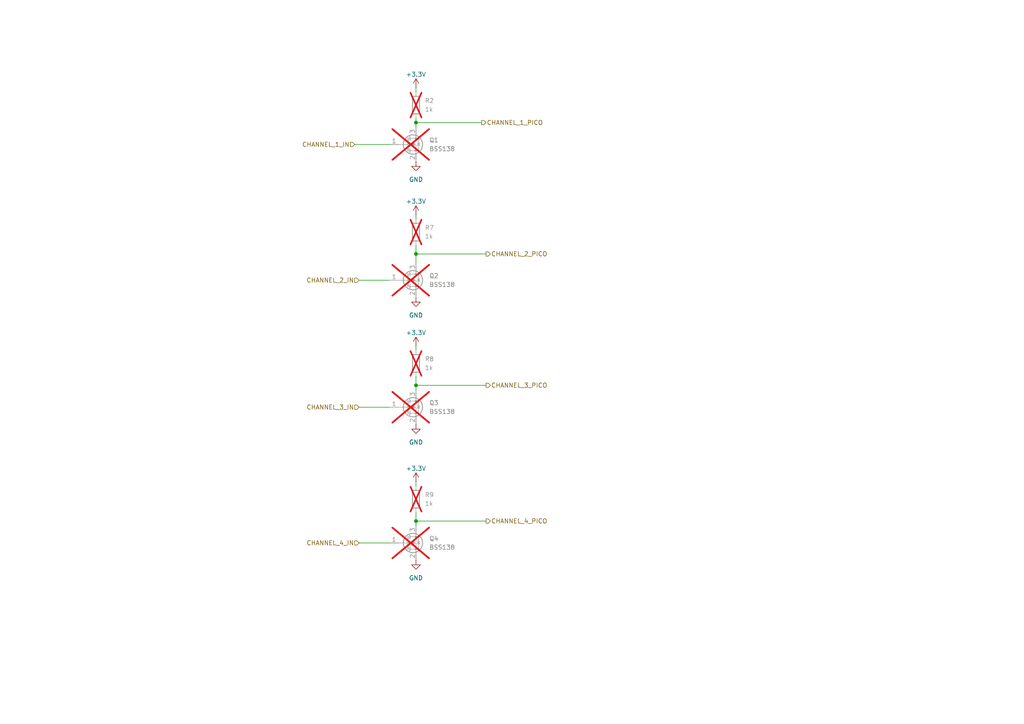
<source format=kicad_sch>
(kicad_sch (version 20250114) (generator "eeschema") (generator_version "9.0")
  (paper "A4")
  (lib_symbols
    (symbol "Device:R" (pin_numbers (hide yes)) (pin_names (offset 0))
      (property "Reference" "R" (at 2.032 0 90))
      (property "Value" "R" (at 0 0 90))
      (symbol "R_0_1"
        (rectangle (start -1.016 -2.54) (end 1.016 2.54) (stroke (width 0.254)))
      )
      (symbol "R_1_1"
        (pin passive line (at 0 3.81 270) (length 1.27) (name "~") (number "1"))
        (pin passive line (at 0 -3.81 90) (length 1.27) (name "~") (number "2"))
      )
    )
    (symbol "Transistor_FET:BSS138" (pin_names (offset 0) (hide yes))
      (property "Reference" "Q" (at 5.08 1.905 0))
      (property "Value" "BSS138" (at 5.08 0 0))
      (symbol "BSS138_0_1"
        (polyline (pts (xy 0.254 1.905) (xy 0.254 -1.905)) (stroke (width 0.254)))
        (polyline (pts (xy 0.254 0) (xy -2.54 0)))
        (polyline (pts (xy 0.762 2.286) (xy 0.762 1.27)) (stroke (width 0.254)))
        (polyline (pts (xy 0.762 0.508) (xy 0.762 -0.508)) (stroke (width 0.254)))
        (polyline (pts (xy 0.762 -1.27) (xy 0.762 -2.286)) (stroke (width 0.254)))
        (polyline (pts (xy 0.762 -1.778) (xy 3.302 -1.778) (xy 3.302 1.778) (xy 0.762 1.778)))
        (polyline (pts (xy 1.016 0) (xy 2.032 0.381) (xy 2.032 -0.381) (xy 1.016 0)) (fill (type outline)))
        (circle (center 1.651 0) (radius 2.794) (stroke (width 0.254)))
        (polyline (pts (xy 2.54 2.54) (xy 2.54 1.778)))
        (circle (center 2.54 1.778) (radius 0.254) (fill (type outline)))
        (circle (center 2.54 -1.778) (radius 0.254) (fill (type outline)))
        (polyline (pts (xy 2.54 -2.54) (xy 2.54 0) (xy 0.762 0)))
        (polyline (pts (xy 2.921 0.381) (xy 3.683 0.381)))
        (polyline (pts (xy 3.302 0.381) (xy 2.921 -0.254) (xy 3.683 -0.254) (xy 3.302 0.381)))
      )
      (symbol "BSS138_1_1"
        (pin input line (at -5.08 0 0) (length 2.54) (name "G") (number "1"))
        (pin passive line (at 2.54 5.08 270) (length 2.54) (name "D") (number "3"))
        (pin passive line (at 2.54 -5.08 90) (length 2.54) (name "S") (number "2"))
      )
    )
    (symbol "power:+3.3V" (power) (pin_numbers (hide yes)) (pin_names (offset 0) (hide yes))
      (property "Value" "+3.3V" (at 0 3.556 0))
      (symbol "+3.3V_0_1"
        (polyline (pts (xy -0.762 1.27) (xy 0 2.54)))
        (polyline (pts (xy 0 2.54) (xy 0.762 1.27)))
        (polyline (pts (xy 0 0) (xy 0 2.54)))
      )
      (symbol "+3.3V_1_1"
        (pin power_in line (at 0 0 90) (length 0) (name "~") (number "1"))
      )
    )
    (symbol "power:GND" (power) (pin_numbers (hide yes)) (pin_names (offset 0) (hide yes))
      (property "Value" "GND" (at 0 -3.81 0))
      (symbol "GND_0_1"
        (polyline (pts (xy 0 0) (xy 0 -1.27) (xy 1.27 -1.27) (xy 0 -2.54) (xy -1.27 -1.27) (xy 0 -1.27)))
      )
      (symbol "GND_1_1"
        (pin power_in line (at 0 0 270) (length 0) (name "~") (number "1"))
      )
    )
  )
  (junction (at 120.65 35.56))
  (junction (at 120.65 111.76))
  (junction (at 120.65 151.13))
  (junction (at 120.65 73.66))
  (wire (pts (xy 102.87 41.91) (xy 113.03 41.91)))
  (wire (pts (xy 104.14 81.28) (xy 113.03 81.28)))
  (wire (pts (xy 120.65 151.13) (xy 140.97 151.13)))
  (wire (pts (xy 120.65 139.7) (xy 120.65 140.97)))
  (wire (pts (xy 120.65 111.76) (xy 120.65 113.03)))
  (wire (pts (xy 120.65 111.76) (xy 140.97 111.76)))
  (wire (pts (xy 120.65 73.66) (xy 140.97 73.66)))
  (wire (pts (xy 120.65 35.56) (xy 120.65 36.83)))
  (wire (pts (xy 120.65 71.12) (xy 120.65 73.66)))
  (wire (pts (xy 120.65 35.56) (xy 139.7 35.56)))
  (wire (pts (xy 120.65 25.4) (xy 120.65 26.67)))
  (wire (pts (xy 120.65 151.13) (xy 120.65 152.4)))
  (wire (pts (xy 120.65 73.66) (xy 120.65 76.2)))
  (wire (pts (xy 120.65 100.33) (xy 120.65 101.6)))
  (wire (pts (xy 104.14 157.48) (xy 113.03 157.48)))
  (wire (pts (xy 120.65 34.29) (xy 120.65 35.56)))
  (wire (pts (xy 120.65 109.22) (xy 120.65 111.76)))
  (wire (pts (xy 120.65 62.23) (xy 120.65 63.5)))
  (wire (pts (xy 104.14 118.11) (xy 113.03 118.11)))
  (wire (pts (xy 120.65 148.59) (xy 120.65 151.13)))
  (hierarchical_label "CHANNEL_1_IN" (shape input) (at 102.87 41.91 180))
  (hierarchical_label "CHANNEL_1_PICO" (shape output) (at 139.7 35.56 0))
  (hierarchical_label "CHANNEL_4_PICO" (shape output) (at 140.97 151.13 0))
  (hierarchical_label "CHANNEL_4_IN" (shape input) (at 104.14 157.48 180))
  (hierarchical_label "CHANNEL_2_IN" (shape input) (at 104.14 81.28 180))
  (hierarchical_label "CHANNEL_3_IN" (shape input) (at 104.14 118.11 180))
  (hierarchical_label "CHANNEL_3_PICO" (shape output) (at 140.97 111.76 0))
  (hierarchical_label "CHANNEL_2_PICO" (shape output) (at 140.97 73.66 0))
  (symbol (lib_id "Transistor_FET:BSS138") (at 118.11 118.11 0) (unit 1) (dnp yes)
    (property "Reference" "Q3" (at 124.46 116.8399 0) (effects (justify left)))
    (property "Value" "BSS138" (at 124.46 119.3799 0) (effects (justify left)))
    (property "Footprint" "Package_TO_SOT_SMD:SOT-23" (effects (hide yes)))
    (property "Datasheet" "https://www.onsemi.com/pub/Collateral/BSS138-D.PDF" (effects (hide yes)))
    (property "Description" "50V Vds, 0.22A Id, N-Channel MOSFET, SOT-23" (effects (hide yes)))
  )
  (symbol (lib_id "power:+3.3V") (at 120.65 139.7 0) (unit 1)
    (property "Reference" "#PWR027" (effects (hide yes)))
    (property "Value" "+3.3V" (at 120.65 135.89 0))
    (property "Description" "Power symbol creates a global label with name \"+3.3V\"" (effects (hide yes)))
  )
  (symbol (lib_id "power:+3.3V") (at 120.65 25.4 0) (unit 1)
    (property "Reference" "#PWR024" (effects (hide yes)))
    (property "Value" "+3.3V" (at 120.65 21.59 0))
    (property "Description" "Power symbol creates a global label with name \"+3.3V\"" (effects (hide yes)))
  )
  (symbol (lib_id "Device:R") (at 120.65 105.41 0) (unit 1) (dnp yes)
    (property "Reference" "R8" (at 123.19 104.1399 0) (effects (justify left)))
    (property "Value" "1k" (at 123.19 106.6799 0) (effects (justify left)))
    (property "Footprint" "Resistor_SMD:R_0603_1608Metric" (effects (hide yes)))
    (property "Description" "Resistor" (effects (hide yes)))
  )
  (symbol (lib_id "power:GND") (at 120.65 86.36 0) (unit 1)
    (property "Reference" "#PWR029" (effects (hide yes)))
    (property "Value" "GND" (at 120.65 91.44 0))
    (property "Description" "Power symbol creates a global label with name \"GND\" , ground" (effects (hide yes)))
  )
  (symbol (lib_id "Device:R") (at 120.65 30.48 0) (unit 1) (dnp yes)
    (property "Reference" "R2" (at 123.19 29.2099 0) (effects (justify left)))
    (property "Value" "1k" (at 123.19 31.7499 0) (effects (justify left)))
    (property "Footprint" "Resistor_SMD:R_0603_1608Metric" (effects (hide yes)))
    (property "Description" "Resistor" (effects (hide yes)))
  )
  (symbol (lib_id "Transistor_FET:BSS138") (at 118.11 157.48 0) (unit 1) (dnp yes)
    (property "Reference" "Q4" (at 124.46 156.2099 0) (effects (justify left)))
    (property "Value" "BSS138" (at 124.46 158.7499 0) (effects (justify left)))
    (property "Footprint" "Package_TO_SOT_SMD:SOT-23" (effects (hide yes)))
    (property "Datasheet" "https://www.onsemi.com/pub/Collateral/BSS138-D.PDF" (effects (hide yes)))
    (property "Description" "50V Vds, 0.22A Id, N-Channel MOSFET, SOT-23" (effects (hide yes)))
  )
  (symbol (lib_id "Transistor_FET:BSS138") (at 118.11 41.91 0) (unit 1) (dnp yes)
    (property "Reference" "Q1" (at 124.46 40.6399 0) (effects (justify left)))
    (property "Value" "BSS138" (at 124.46 43.1799 0) (effects (justify left)))
    (property "Footprint" "Package_TO_SOT_SMD:SOT-23" (effects (hide yes)))
    (property "Datasheet" "https://www.onsemi.com/pub/Collateral/BSS138-D.PDF" (effects (hide yes)))
    (property "Description" "50V Vds, 0.22A Id, N-Channel MOSFET, SOT-23" (effects (hide yes)))
  )
  (symbol (lib_id "Device:R") (at 120.65 67.31 0) (unit 1) (dnp yes)
    (property "Reference" "R7" (at 123.19 66.0399 0) (effects (justify left)))
    (property "Value" "1k" (at 123.19 68.5799 0) (effects (justify left)))
    (property "Footprint" "Resistor_SMD:R_0603_1608Metric" (effects (hide yes)))
    (property "Description" "Resistor" (effects (hide yes)))
  )
  (symbol (lib_id "Transistor_FET:BSS138") (at 118.11 81.28 0) (unit 1) (dnp yes)
    (property "Reference" "Q2" (at 124.46 80.0099 0) (effects (justify left)))
    (property "Value" "BSS138" (at 124.46 82.5499 0) (effects (justify left)))
    (property "Footprint" "Package_TO_SOT_SMD:SOT-23" (effects (hide yes)))
    (property "Datasheet" "https://www.onsemi.com/pub/Collateral/BSS138-D.PDF" (effects (hide yes)))
    (property "Description" "50V Vds, 0.22A Id, N-Channel MOSFET, SOT-23" (effects (hide yes)))
  )
  (symbol (lib_id "power:GND") (at 120.65 162.56 0) (unit 1)
    (property "Reference" "#PWR031" (effects (hide yes)))
    (property "Value" "GND" (at 120.65 167.64 0))
    (property "Description" "Power symbol creates a global label with name \"GND\" , ground" (effects (hide yes)))
  )
  (symbol (lib_id "power:GND") (at 120.65 123.19 0) (unit 1)
    (property "Reference" "#PWR030" (effects (hide yes)))
    (property "Value" "GND" (at 120.65 128.27 0))
    (property "Description" "Power symbol creates a global label with name \"GND\" , ground" (effects (hide yes)))
  )
  (symbol (lib_id "power:GND") (at 120.65 46.99 0) (unit 1)
    (property "Reference" "#PWR028" (effects (hide yes)))
    (property "Value" "GND" (at 120.65 52.07 0))
    (property "Description" "Power symbol creates a global label with name \"GND\" , ground" (effects (hide yes)))
  )
  (symbol (lib_id "power:+3.3V") (at 120.65 100.33 0) (unit 1)
    (property "Reference" "#PWR026" (effects (hide yes)))
    (property "Value" "+3.3V" (at 120.65 96.52 0))
    (property "Description" "Power symbol creates a global label with name \"+3.3V\"" (effects (hide yes)))
  )
  (symbol (lib_id "Device:R") (at 120.65 144.78 0) (unit 1) (dnp yes)
    (property "Reference" "R9" (at 123.19 143.5099 0) (effects (justify left)))
    (property "Value" "1k" (at 123.19 146.0499 0) (effects (justify left)))
    (property "Footprint" "Resistor_SMD:R_0603_1608Metric" (effects (hide yes)))
    (property "Description" "Resistor" (effects (hide yes)))
  )
  (symbol (lib_id "power:+3.3V") (at 120.65 62.23 0) (unit 1)
    (property "Reference" "#PWR025" (effects (hide yes)))
    (property "Value" "+3.3V" (at 120.65 58.42 0))
    (property "Description" "Power symbol creates a global label with name \"+3.3V\"" (effects (hide yes)))
  )
)
</source>
